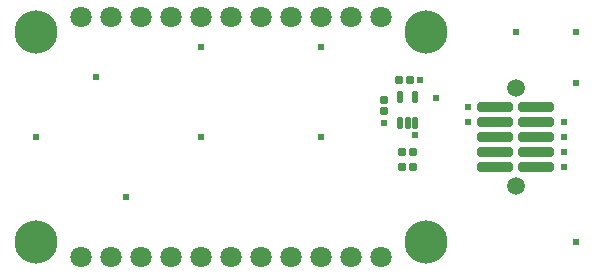
<source format=gts>
G04*
G04 #@! TF.GenerationSoftware,Altium Limited,Altium Designer,25.9.0 (10)*
G04*
G04 Layer_Color=794757*
%FSLAX44Y44*%
%MOMM*%
G71*
G04*
G04 #@! TF.SameCoordinates,A69B8269-B679-459B-B5DD-CBE35428100B*
G04*
G04*
G04 #@! TF.FilePolarity,Negative*
G04*
G01*
G75*
G04:AMPARAMS|DCode=17|XSize=1.05mm|YSize=0.5mm|CornerRadius=0.15mm|HoleSize=0mm|Usage=FLASHONLY|Rotation=90.000|XOffset=0mm|YOffset=0mm|HoleType=Round|Shape=RoundedRectangle|*
%AMROUNDEDRECTD17*
21,1,1.0500,0.2000,0,0,90.0*
21,1,0.7500,0.5000,0,0,90.0*
1,1,0.3000,0.1000,0.3750*
1,1,0.3000,0.1000,-0.3750*
1,1,0.3000,-0.1000,-0.3750*
1,1,0.3000,-0.1000,0.3750*
%
%ADD17ROUNDEDRECTD17*%
G04:AMPARAMS|DCode=18|XSize=0.65mm|YSize=0.7mm|CornerRadius=0.1875mm|HoleSize=0mm|Usage=FLASHONLY|Rotation=270.000|XOffset=0mm|YOffset=0mm|HoleType=Round|Shape=RoundedRectangle|*
%AMROUNDEDRECTD18*
21,1,0.6500,0.3250,0,0,270.0*
21,1,0.2750,0.7000,0,0,270.0*
1,1,0.3750,-0.1625,-0.1375*
1,1,0.3750,-0.1625,0.1375*
1,1,0.3750,0.1625,0.1375*
1,1,0.3750,0.1625,-0.1375*
%
%ADD18ROUNDEDRECTD18*%
G04:AMPARAMS|DCode=19|XSize=0.7mm|YSize=0.65mm|CornerRadius=0.1875mm|HoleSize=0mm|Usage=FLASHONLY|Rotation=90.000|XOffset=0mm|YOffset=0mm|HoleType=Round|Shape=RoundedRectangle|*
%AMROUNDEDRECTD19*
21,1,0.7000,0.2750,0,0,90.0*
21,1,0.3250,0.6500,0,0,90.0*
1,1,0.3750,0.1375,0.1625*
1,1,0.3750,0.1375,-0.1625*
1,1,0.3750,-0.1375,-0.1625*
1,1,0.3750,-0.1375,0.1625*
%
%ADD19ROUNDEDRECTD19*%
G04:AMPARAMS|DCode=20|XSize=0.84mm|YSize=3.02mm|CornerRadius=0.235mm|HoleSize=0mm|Usage=FLASHONLY|Rotation=90.000|XOffset=0mm|YOffset=0mm|HoleType=Round|Shape=RoundedRectangle|*
%AMROUNDEDRECTD20*
21,1,0.8400,2.5500,0,0,90.0*
21,1,0.3700,3.0200,0,0,90.0*
1,1,0.4700,1.2750,0.1850*
1,1,0.4700,1.2750,-0.1850*
1,1,0.4700,-1.2750,-0.1850*
1,1,0.4700,-1.2750,0.1850*
%
%ADD20ROUNDEDRECTD20*%
G04:AMPARAMS|DCode=21|XSize=0.65mm|YSize=0.7mm|CornerRadius=0.1875mm|HoleSize=0mm|Usage=FLASHONLY|Rotation=180.000|XOffset=0mm|YOffset=0mm|HoleType=Round|Shape=RoundedRectangle|*
%AMROUNDEDRECTD21*
21,1,0.6500,0.3250,0,0,180.0*
21,1,0.2750,0.7000,0,0,180.0*
1,1,0.3750,-0.1375,0.1625*
1,1,0.3750,0.1375,0.1625*
1,1,0.3750,0.1375,-0.1625*
1,1,0.3750,-0.1375,-0.1625*
%
%ADD21ROUNDEDRECTD21*%
%ADD22C,1.8018*%
%ADD23C,3.6560*%
%ADD24C,1.5200*%
%ADD25C,0.6080*%
D17*
X340360Y126160D02*
D03*
X346860D02*
D03*
Y148160D02*
D03*
X333860D02*
D03*
Y126160D02*
D03*
D18*
X320040Y136470D02*
D03*
Y145470D02*
D03*
D19*
X342320Y162560D02*
D03*
X333320D02*
D03*
D20*
X448950Y114300D02*
D03*
X414650Y127000D02*
D03*
X448950D02*
D03*
Y101600D02*
D03*
X414650Y88900D02*
D03*
Y101600D02*
D03*
X448950Y88900D02*
D03*
X414650Y114300D02*
D03*
X448950Y139700D02*
D03*
X414650D02*
D03*
D21*
X344860Y88900D02*
D03*
Y101600D02*
D03*
X335860Y88900D02*
D03*
Y101600D02*
D03*
D22*
X317500Y12700D02*
D03*
X114300D02*
D03*
X63500Y215900D02*
D03*
Y12700D02*
D03*
X292100D02*
D03*
X190500D02*
D03*
X241300D02*
D03*
X88900Y215900D02*
D03*
X114300D02*
D03*
X139700D02*
D03*
X165100D02*
D03*
X190500D02*
D03*
X215900D02*
D03*
X241300D02*
D03*
X266700D02*
D03*
X292100D02*
D03*
X317500D02*
D03*
X88900Y12700D02*
D03*
X139700D02*
D03*
X165100D02*
D03*
X215900D02*
D03*
X266700D02*
D03*
D23*
X25400Y25400D02*
D03*
Y203200D02*
D03*
X355600Y25400D02*
D03*
Y203200D02*
D03*
D24*
X431800Y73000D02*
D03*
Y155600D02*
D03*
D25*
X482600Y203200D02*
D03*
X266700Y114300D02*
D03*
X165100D02*
D03*
X364490Y147320D02*
D03*
X472440Y88900D02*
D03*
Y101600D02*
D03*
Y114300D02*
D03*
Y127000D02*
D03*
X391160D02*
D03*
X320040Y125730D02*
D03*
X76200Y165100D02*
D03*
X431800Y203200D02*
D03*
X482600Y160020D02*
D03*
Y25400D02*
D03*
X101600Y63500D02*
D03*
X266700Y190500D02*
D03*
X165100D02*
D03*
X25400Y114300D02*
D03*
X391160Y139700D02*
D03*
X346710Y115570D02*
D03*
X350520Y162560D02*
D03*
M02*

</source>
